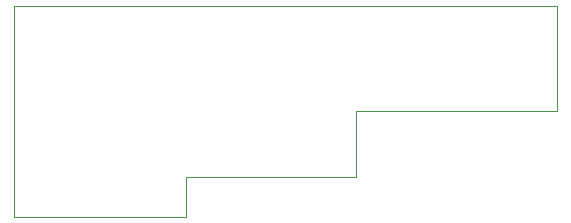
<source format=gm1>
%TF.GenerationSoftware,KiCad,Pcbnew,9.0.6-9.0.6~ubuntu24.04.1*%
%TF.CreationDate,2025-11-30T18:55:52-06:00*%
%TF.ProjectId,solar_power_supply,736f6c61-725f-4706-9f77-65725f737570,v1*%
%TF.SameCoordinates,Original*%
%TF.FileFunction,Profile,NP*%
%FSLAX46Y46*%
G04 Gerber Fmt 4.6, Leading zero omitted, Abs format (unit mm)*
G04 Created by KiCad (PCBNEW 9.0.6-9.0.6~ubuntu24.04.1) date 2025-11-30 18:55:52*
%MOMM*%
%LPD*%
G01*
G04 APERTURE LIST*
%TA.AperFunction,Profile*%
%ADD10C,0.050000*%
%TD*%
G04 APERTURE END LIST*
D10*
X145161000Y-93980000D02*
X143510000Y-93980000D01*
X114554000Y-85090000D02*
X114554000Y-85500000D01*
X160528000Y-85090000D02*
X114554000Y-85090000D01*
X160528000Y-85500000D02*
X160528000Y-85090000D01*
X143510000Y-93980000D02*
X143510000Y-95504000D01*
X143510000Y-99568000D02*
X141732000Y-99568000D01*
X143510000Y-95504000D02*
X143510000Y-99568000D01*
X129159000Y-102997000D02*
X128651000Y-102997000D01*
X129159000Y-99568000D02*
X129159000Y-102997000D01*
X141732000Y-99568000D02*
X129159000Y-99568000D01*
X114554000Y-102997000D02*
X128651000Y-102997000D01*
X114554000Y-85500000D02*
X114554000Y-102997000D01*
X160528000Y-93980000D02*
X160528000Y-85500000D01*
X145161000Y-93980000D02*
X160528000Y-93980000D01*
M02*

</source>
